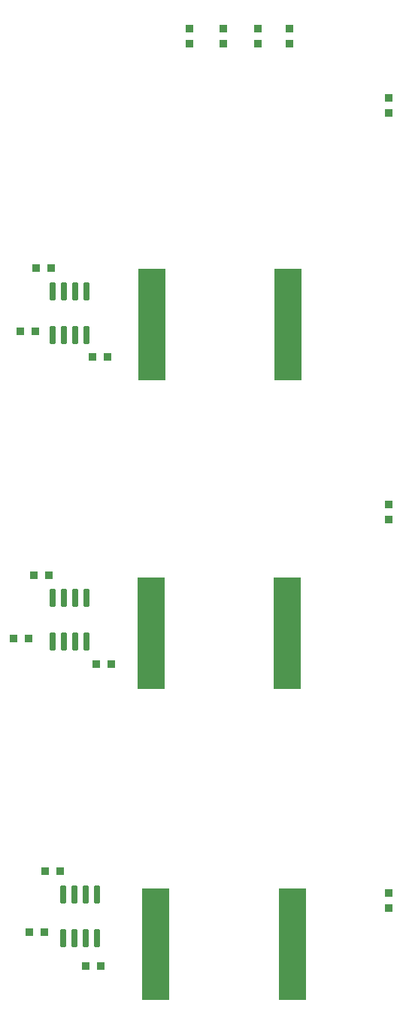
<source format=gtp>
G04*
G04 #@! TF.GenerationSoftware,Altium Limited,Altium Designer,21.2.2 (38)*
G04*
G04 Layer_Color=8421504*
%FSLAX25Y25*%
%MOIN*%
G70*
G04*
G04 #@! TF.SameCoordinates,C702BCCC-9178-47BC-8446-E92931C6D717*
G04*
G04*
G04 #@! TF.FilePolarity,Positive*
G04*
G01*
G75*
%ADD18R,0.12402X0.49213*%
G04:AMPARAMS|DCode=19|XSize=77.56mil|YSize=23.62mil|CornerRadius=2.95mil|HoleSize=0mil|Usage=FLASHONLY|Rotation=270.000|XOffset=0mil|YOffset=0mil|HoleType=Round|Shape=RoundedRectangle|*
%AMROUNDEDRECTD19*
21,1,0.07756,0.01772,0,0,270.0*
21,1,0.07165,0.02362,0,0,270.0*
1,1,0.00591,-0.00886,-0.03583*
1,1,0.00591,-0.00886,0.03583*
1,1,0.00591,0.00886,0.03583*
1,1,0.00591,0.00886,-0.03583*
%
%ADD19ROUNDEDRECTD19*%
%ADD20R,0.03740X0.03740*%
%ADD21R,0.03740X0.03740*%
D18*
X867117Y240800D02*
D03*
X806684D02*
D03*
X865016Y378500D02*
D03*
X804583D02*
D03*
X865217Y515000D02*
D03*
X804784D02*
D03*
D19*
X780500Y243276D02*
D03*
X775500D02*
D03*
X770500D02*
D03*
X765500D02*
D03*
Y262724D02*
D03*
X770500D02*
D03*
X775500D02*
D03*
X780500D02*
D03*
X776000Y374776D02*
D03*
X771000D02*
D03*
X766000D02*
D03*
X761000D02*
D03*
Y394224D02*
D03*
X766000D02*
D03*
X771000D02*
D03*
X776000D02*
D03*
Y510276D02*
D03*
X771000D02*
D03*
X766000D02*
D03*
X761000D02*
D03*
Y529724D02*
D03*
X766000D02*
D03*
X771000D02*
D03*
X776000D02*
D03*
D20*
X821425Y646134D02*
D03*
Y639441D02*
D03*
X836425Y646134D02*
D03*
Y639441D02*
D03*
X852000D02*
D03*
Y646134D02*
D03*
X866000D02*
D03*
Y639441D02*
D03*
X910000Y256653D02*
D03*
Y263347D02*
D03*
Y435347D02*
D03*
Y428653D02*
D03*
Y608653D02*
D03*
Y615346D02*
D03*
D21*
X757346Y246000D02*
D03*
X750654D02*
D03*
X750347Y376000D02*
D03*
X743653D02*
D03*
X753346Y512000D02*
D03*
X746654D02*
D03*
X782346Y231000D02*
D03*
X775654D02*
D03*
X780254Y364700D02*
D03*
X786946D02*
D03*
X785247Y500800D02*
D03*
X778553D02*
D03*
X764347Y273000D02*
D03*
X757654D02*
D03*
X752654Y404000D02*
D03*
X759346D02*
D03*
X760347Y540000D02*
D03*
X753653D02*
D03*
M02*

</source>
